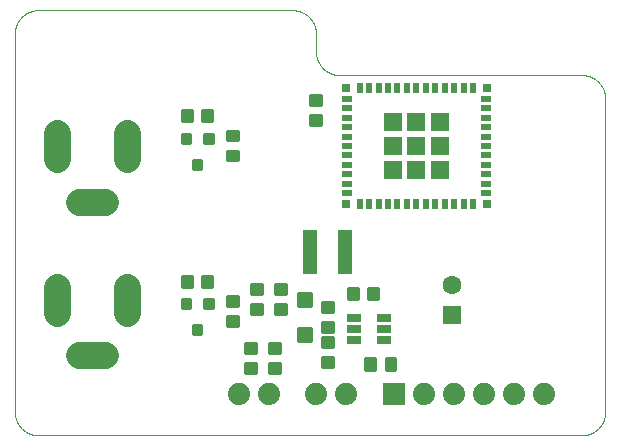
<source format=gts>
G75*
%MOIN*%
%OFA0B0*%
%FSLAX25Y25*%
%IPPOS*%
%LPD*%
%AMOC8*
5,1,8,0,0,1.08239X$1,22.5*
%
%ADD10C,0.00000*%
%ADD11C,0.01388*%
%ADD12C,0.01171*%
%ADD13R,0.03156X0.03156*%
%ADD14R,0.01975X0.03550*%
%ADD15R,0.03550X0.01975*%
%ADD16R,0.06109X0.06109*%
%ADD17R,0.07400X0.07400*%
%ADD18C,0.07400*%
%ADD19R,0.06306X0.06306*%
%ADD20C,0.06306*%
%ADD21R,0.04731X0.02762*%
%ADD22R,0.04731X0.14967*%
%ADD23C,0.01613*%
%ADD24C,0.09061*%
D10*
X0086176Y0058146D02*
X0267279Y0058146D01*
X0267469Y0058148D01*
X0267659Y0058155D01*
X0267849Y0058167D01*
X0268039Y0058183D01*
X0268228Y0058203D01*
X0268417Y0058229D01*
X0268605Y0058258D01*
X0268792Y0058293D01*
X0268978Y0058332D01*
X0269163Y0058375D01*
X0269348Y0058423D01*
X0269531Y0058475D01*
X0269712Y0058531D01*
X0269892Y0058592D01*
X0270071Y0058658D01*
X0270248Y0058727D01*
X0270424Y0058801D01*
X0270597Y0058879D01*
X0270769Y0058962D01*
X0270938Y0059048D01*
X0271106Y0059138D01*
X0271271Y0059233D01*
X0271434Y0059331D01*
X0271594Y0059434D01*
X0271752Y0059540D01*
X0271907Y0059650D01*
X0272060Y0059763D01*
X0272210Y0059881D01*
X0272356Y0060002D01*
X0272500Y0060126D01*
X0272641Y0060254D01*
X0272779Y0060385D01*
X0272914Y0060520D01*
X0273045Y0060658D01*
X0273173Y0060799D01*
X0273297Y0060943D01*
X0273418Y0061089D01*
X0273536Y0061239D01*
X0273649Y0061392D01*
X0273759Y0061547D01*
X0273865Y0061705D01*
X0273968Y0061865D01*
X0274066Y0062028D01*
X0274161Y0062193D01*
X0274251Y0062361D01*
X0274337Y0062530D01*
X0274420Y0062702D01*
X0274498Y0062875D01*
X0274572Y0063051D01*
X0274641Y0063228D01*
X0274707Y0063407D01*
X0274768Y0063587D01*
X0274824Y0063768D01*
X0274876Y0063951D01*
X0274924Y0064136D01*
X0274967Y0064321D01*
X0275006Y0064507D01*
X0275041Y0064694D01*
X0275070Y0064882D01*
X0275096Y0065071D01*
X0275116Y0065260D01*
X0275132Y0065450D01*
X0275144Y0065640D01*
X0275151Y0065830D01*
X0275153Y0066020D01*
X0275153Y0170350D01*
X0275151Y0170540D01*
X0275144Y0170730D01*
X0275132Y0170920D01*
X0275116Y0171110D01*
X0275096Y0171299D01*
X0275070Y0171488D01*
X0275041Y0171676D01*
X0275006Y0171863D01*
X0274967Y0172049D01*
X0274924Y0172234D01*
X0274876Y0172419D01*
X0274824Y0172602D01*
X0274768Y0172783D01*
X0274707Y0172963D01*
X0274641Y0173142D01*
X0274572Y0173319D01*
X0274498Y0173495D01*
X0274420Y0173668D01*
X0274337Y0173840D01*
X0274251Y0174009D01*
X0274161Y0174177D01*
X0274066Y0174342D01*
X0273968Y0174505D01*
X0273865Y0174665D01*
X0273759Y0174823D01*
X0273649Y0174978D01*
X0273536Y0175131D01*
X0273418Y0175281D01*
X0273297Y0175427D01*
X0273173Y0175571D01*
X0273045Y0175712D01*
X0272914Y0175850D01*
X0272779Y0175985D01*
X0272641Y0176116D01*
X0272500Y0176244D01*
X0272356Y0176368D01*
X0272210Y0176489D01*
X0272060Y0176607D01*
X0271907Y0176720D01*
X0271752Y0176830D01*
X0271594Y0176936D01*
X0271434Y0177039D01*
X0271271Y0177137D01*
X0271106Y0177232D01*
X0270938Y0177322D01*
X0270769Y0177408D01*
X0270597Y0177491D01*
X0270424Y0177569D01*
X0270248Y0177643D01*
X0270071Y0177712D01*
X0269892Y0177778D01*
X0269712Y0177839D01*
X0269531Y0177895D01*
X0269348Y0177947D01*
X0269163Y0177995D01*
X0268978Y0178038D01*
X0268792Y0178077D01*
X0268605Y0178112D01*
X0268417Y0178141D01*
X0268228Y0178167D01*
X0268039Y0178187D01*
X0267849Y0178203D01*
X0267659Y0178215D01*
X0267469Y0178222D01*
X0267279Y0178224D01*
X0186570Y0178224D01*
X0186380Y0178226D01*
X0186190Y0178233D01*
X0186000Y0178245D01*
X0185810Y0178261D01*
X0185621Y0178281D01*
X0185432Y0178307D01*
X0185244Y0178336D01*
X0185057Y0178371D01*
X0184871Y0178410D01*
X0184686Y0178453D01*
X0184501Y0178501D01*
X0184318Y0178553D01*
X0184137Y0178609D01*
X0183957Y0178670D01*
X0183778Y0178736D01*
X0183601Y0178805D01*
X0183425Y0178879D01*
X0183252Y0178957D01*
X0183080Y0179040D01*
X0182911Y0179126D01*
X0182743Y0179216D01*
X0182578Y0179311D01*
X0182415Y0179409D01*
X0182255Y0179512D01*
X0182097Y0179618D01*
X0181942Y0179728D01*
X0181789Y0179841D01*
X0181639Y0179959D01*
X0181493Y0180080D01*
X0181349Y0180204D01*
X0181208Y0180332D01*
X0181070Y0180463D01*
X0180935Y0180598D01*
X0180804Y0180736D01*
X0180676Y0180877D01*
X0180552Y0181021D01*
X0180431Y0181167D01*
X0180313Y0181317D01*
X0180200Y0181470D01*
X0180090Y0181625D01*
X0179984Y0181783D01*
X0179881Y0181943D01*
X0179783Y0182106D01*
X0179688Y0182271D01*
X0179598Y0182439D01*
X0179512Y0182608D01*
X0179429Y0182780D01*
X0179351Y0182953D01*
X0179277Y0183129D01*
X0179208Y0183306D01*
X0179142Y0183485D01*
X0179081Y0183665D01*
X0179025Y0183846D01*
X0178973Y0184029D01*
X0178925Y0184214D01*
X0178882Y0184399D01*
X0178843Y0184585D01*
X0178808Y0184772D01*
X0178779Y0184960D01*
X0178753Y0185149D01*
X0178733Y0185338D01*
X0178717Y0185528D01*
X0178705Y0185718D01*
X0178698Y0185908D01*
X0178696Y0186098D01*
X0178696Y0192004D01*
X0178694Y0192194D01*
X0178687Y0192384D01*
X0178675Y0192574D01*
X0178659Y0192764D01*
X0178639Y0192953D01*
X0178613Y0193142D01*
X0178584Y0193330D01*
X0178549Y0193517D01*
X0178510Y0193703D01*
X0178467Y0193888D01*
X0178419Y0194073D01*
X0178367Y0194256D01*
X0178311Y0194437D01*
X0178250Y0194617D01*
X0178184Y0194796D01*
X0178115Y0194973D01*
X0178041Y0195149D01*
X0177963Y0195322D01*
X0177880Y0195494D01*
X0177794Y0195663D01*
X0177704Y0195831D01*
X0177609Y0195996D01*
X0177511Y0196159D01*
X0177408Y0196319D01*
X0177302Y0196477D01*
X0177192Y0196632D01*
X0177079Y0196785D01*
X0176961Y0196935D01*
X0176840Y0197081D01*
X0176716Y0197225D01*
X0176588Y0197366D01*
X0176457Y0197504D01*
X0176322Y0197639D01*
X0176184Y0197770D01*
X0176043Y0197898D01*
X0175899Y0198022D01*
X0175753Y0198143D01*
X0175603Y0198261D01*
X0175450Y0198374D01*
X0175295Y0198484D01*
X0175137Y0198590D01*
X0174977Y0198693D01*
X0174814Y0198791D01*
X0174649Y0198886D01*
X0174481Y0198976D01*
X0174312Y0199062D01*
X0174140Y0199145D01*
X0173967Y0199223D01*
X0173791Y0199297D01*
X0173614Y0199366D01*
X0173435Y0199432D01*
X0173255Y0199493D01*
X0173074Y0199549D01*
X0172891Y0199601D01*
X0172706Y0199649D01*
X0172521Y0199692D01*
X0172335Y0199731D01*
X0172148Y0199766D01*
X0171960Y0199795D01*
X0171771Y0199821D01*
X0171582Y0199841D01*
X0171392Y0199857D01*
X0171202Y0199869D01*
X0171012Y0199876D01*
X0170822Y0199878D01*
X0086176Y0199878D01*
X0085986Y0199876D01*
X0085796Y0199869D01*
X0085606Y0199857D01*
X0085416Y0199841D01*
X0085227Y0199821D01*
X0085038Y0199795D01*
X0084850Y0199766D01*
X0084663Y0199731D01*
X0084477Y0199692D01*
X0084292Y0199649D01*
X0084107Y0199601D01*
X0083924Y0199549D01*
X0083743Y0199493D01*
X0083563Y0199432D01*
X0083384Y0199366D01*
X0083207Y0199297D01*
X0083031Y0199223D01*
X0082858Y0199145D01*
X0082686Y0199062D01*
X0082517Y0198976D01*
X0082349Y0198886D01*
X0082184Y0198791D01*
X0082021Y0198693D01*
X0081861Y0198590D01*
X0081703Y0198484D01*
X0081548Y0198374D01*
X0081395Y0198261D01*
X0081245Y0198143D01*
X0081099Y0198022D01*
X0080955Y0197898D01*
X0080814Y0197770D01*
X0080676Y0197639D01*
X0080541Y0197504D01*
X0080410Y0197366D01*
X0080282Y0197225D01*
X0080158Y0197081D01*
X0080037Y0196935D01*
X0079919Y0196785D01*
X0079806Y0196632D01*
X0079696Y0196477D01*
X0079590Y0196319D01*
X0079487Y0196159D01*
X0079389Y0195996D01*
X0079294Y0195831D01*
X0079204Y0195663D01*
X0079118Y0195494D01*
X0079035Y0195322D01*
X0078957Y0195149D01*
X0078883Y0194973D01*
X0078814Y0194796D01*
X0078748Y0194617D01*
X0078687Y0194437D01*
X0078631Y0194256D01*
X0078579Y0194073D01*
X0078531Y0193888D01*
X0078488Y0193703D01*
X0078449Y0193517D01*
X0078414Y0193330D01*
X0078385Y0193142D01*
X0078359Y0192953D01*
X0078339Y0192764D01*
X0078323Y0192574D01*
X0078311Y0192384D01*
X0078304Y0192194D01*
X0078302Y0192004D01*
X0078302Y0066020D01*
X0078304Y0065830D01*
X0078311Y0065640D01*
X0078323Y0065450D01*
X0078339Y0065260D01*
X0078359Y0065071D01*
X0078385Y0064882D01*
X0078414Y0064694D01*
X0078449Y0064507D01*
X0078488Y0064321D01*
X0078531Y0064136D01*
X0078579Y0063951D01*
X0078631Y0063768D01*
X0078687Y0063587D01*
X0078748Y0063407D01*
X0078814Y0063228D01*
X0078883Y0063051D01*
X0078957Y0062875D01*
X0079035Y0062702D01*
X0079118Y0062530D01*
X0079204Y0062361D01*
X0079294Y0062193D01*
X0079389Y0062028D01*
X0079487Y0061865D01*
X0079590Y0061705D01*
X0079696Y0061547D01*
X0079806Y0061392D01*
X0079919Y0061239D01*
X0080037Y0061089D01*
X0080158Y0060943D01*
X0080282Y0060799D01*
X0080410Y0060658D01*
X0080541Y0060520D01*
X0080676Y0060385D01*
X0080814Y0060254D01*
X0080955Y0060126D01*
X0081099Y0060002D01*
X0081245Y0059881D01*
X0081395Y0059763D01*
X0081548Y0059650D01*
X0081703Y0059540D01*
X0081861Y0059434D01*
X0082021Y0059331D01*
X0082184Y0059233D01*
X0082349Y0059138D01*
X0082517Y0059048D01*
X0082686Y0058962D01*
X0082858Y0058879D01*
X0083031Y0058801D01*
X0083207Y0058727D01*
X0083384Y0058658D01*
X0083563Y0058592D01*
X0083743Y0058531D01*
X0083924Y0058475D01*
X0084107Y0058423D01*
X0084292Y0058375D01*
X0084477Y0058332D01*
X0084663Y0058293D01*
X0084850Y0058258D01*
X0085038Y0058229D01*
X0085227Y0058203D01*
X0085416Y0058183D01*
X0085606Y0058167D01*
X0085796Y0058155D01*
X0085986Y0058148D01*
X0086176Y0058146D01*
D11*
X0152808Y0094664D02*
X0152808Y0097612D01*
X0152808Y0094664D02*
X0149466Y0094664D01*
X0149466Y0097612D01*
X0152808Y0097612D01*
X0152808Y0095983D02*
X0149466Y0095983D01*
X0149466Y0097302D02*
X0152808Y0097302D01*
X0157340Y0098601D02*
X0157340Y0101549D01*
X0160682Y0101549D01*
X0160682Y0098601D01*
X0157340Y0098601D01*
X0157340Y0099920D02*
X0160682Y0099920D01*
X0160682Y0101239D02*
X0157340Y0101239D01*
X0157340Y0105294D02*
X0157340Y0108242D01*
X0160682Y0108242D01*
X0160682Y0105294D01*
X0157340Y0105294D01*
X0157340Y0106613D02*
X0160682Y0106613D01*
X0160682Y0107932D02*
X0157340Y0107932D01*
X0152808Y0104305D02*
X0152808Y0101357D01*
X0149466Y0101357D01*
X0149466Y0104305D01*
X0152808Y0104305D01*
X0152808Y0102676D02*
X0149466Y0102676D01*
X0149466Y0103995D02*
X0152808Y0103995D01*
X0144147Y0110998D02*
X0141199Y0110998D01*
X0144147Y0110998D02*
X0144147Y0107656D01*
X0141199Y0107656D01*
X0141199Y0110998D01*
X0141199Y0108975D02*
X0144147Y0108975D01*
X0144147Y0110294D02*
X0141199Y0110294D01*
X0137454Y0110998D02*
X0134506Y0110998D01*
X0137454Y0110998D02*
X0137454Y0107656D01*
X0134506Y0107656D01*
X0134506Y0110998D01*
X0134506Y0108975D02*
X0137454Y0108975D01*
X0137454Y0110294D02*
X0134506Y0110294D01*
X0165214Y0108242D02*
X0165214Y0105294D01*
X0165214Y0108242D02*
X0168556Y0108242D01*
X0168556Y0105294D01*
X0165214Y0105294D01*
X0165214Y0106613D02*
X0168556Y0106613D01*
X0168556Y0107932D02*
X0165214Y0107932D01*
X0165214Y0101549D02*
X0165214Y0098601D01*
X0165214Y0101549D02*
X0168556Y0101549D01*
X0168556Y0098601D01*
X0165214Y0098601D01*
X0165214Y0099920D02*
X0168556Y0099920D01*
X0168556Y0101239D02*
X0165214Y0101239D01*
X0184304Y0102336D02*
X0184304Y0099388D01*
X0180962Y0099388D01*
X0180962Y0102336D01*
X0184304Y0102336D01*
X0184304Y0100707D02*
X0180962Y0100707D01*
X0180962Y0102026D02*
X0184304Y0102026D01*
X0189624Y0103719D02*
X0192572Y0103719D01*
X0189624Y0103719D02*
X0189624Y0107061D01*
X0192572Y0107061D01*
X0192572Y0103719D01*
X0192572Y0105038D02*
X0189624Y0105038D01*
X0189624Y0106357D02*
X0192572Y0106357D01*
X0196317Y0103719D02*
X0199265Y0103719D01*
X0196317Y0103719D02*
X0196317Y0107061D01*
X0199265Y0107061D01*
X0199265Y0103719D01*
X0199265Y0105038D02*
X0196317Y0105038D01*
X0196317Y0106357D02*
X0199265Y0106357D01*
X0184304Y0095643D02*
X0184304Y0092695D01*
X0180962Y0092695D01*
X0180962Y0095643D01*
X0184304Y0095643D01*
X0184304Y0094014D02*
X0180962Y0094014D01*
X0180962Y0095333D02*
X0184304Y0095333D01*
X0184304Y0090525D02*
X0184304Y0087577D01*
X0180962Y0087577D01*
X0180962Y0090525D01*
X0184304Y0090525D01*
X0184304Y0088896D02*
X0180962Y0088896D01*
X0180962Y0090215D02*
X0184304Y0090215D01*
X0184304Y0083832D02*
X0184304Y0080884D01*
X0180962Y0080884D01*
X0180962Y0083832D01*
X0184304Y0083832D01*
X0184304Y0082203D02*
X0180962Y0082203D01*
X0180962Y0083522D02*
X0184304Y0083522D01*
X0195529Y0083439D02*
X0198477Y0083439D01*
X0198477Y0080097D01*
X0195529Y0080097D01*
X0195529Y0083439D01*
X0195529Y0081416D02*
X0198477Y0081416D01*
X0198477Y0082735D02*
X0195529Y0082735D01*
X0202222Y0083439D02*
X0205170Y0083439D01*
X0205170Y0080097D01*
X0202222Y0080097D01*
X0202222Y0083439D01*
X0202222Y0081416D02*
X0205170Y0081416D01*
X0205170Y0082735D02*
X0202222Y0082735D01*
X0166588Y0081864D02*
X0166588Y0078916D01*
X0163246Y0078916D01*
X0163246Y0081864D01*
X0166588Y0081864D01*
X0166588Y0080235D02*
X0163246Y0080235D01*
X0163246Y0081554D02*
X0166588Y0081554D01*
X0158714Y0081864D02*
X0158714Y0078916D01*
X0155372Y0078916D01*
X0155372Y0081864D01*
X0158714Y0081864D01*
X0158714Y0080235D02*
X0155372Y0080235D01*
X0155372Y0081554D02*
X0158714Y0081554D01*
X0158714Y0085609D02*
X0158714Y0088557D01*
X0158714Y0085609D02*
X0155372Y0085609D01*
X0155372Y0088557D01*
X0158714Y0088557D01*
X0158714Y0086928D02*
X0155372Y0086928D01*
X0155372Y0088247D02*
X0158714Y0088247D01*
X0166588Y0088557D02*
X0166588Y0085609D01*
X0163246Y0085609D01*
X0163246Y0088557D01*
X0166588Y0088557D01*
X0166588Y0086928D02*
X0163246Y0086928D01*
X0163246Y0088247D02*
X0166588Y0088247D01*
X0152808Y0149782D02*
X0152808Y0152730D01*
X0152808Y0149782D02*
X0149466Y0149782D01*
X0149466Y0152730D01*
X0152808Y0152730D01*
X0152808Y0151101D02*
X0149466Y0151101D01*
X0149466Y0152420D02*
X0152808Y0152420D01*
X0152808Y0156475D02*
X0152808Y0159423D01*
X0152808Y0156475D02*
X0149466Y0156475D01*
X0149466Y0159423D01*
X0152808Y0159423D01*
X0152808Y0157794D02*
X0149466Y0157794D01*
X0149466Y0159113D02*
X0152808Y0159113D01*
X0144147Y0166116D02*
X0141199Y0166116D01*
X0144147Y0166116D02*
X0144147Y0162774D01*
X0141199Y0162774D01*
X0141199Y0166116D01*
X0141199Y0164093D02*
X0144147Y0164093D01*
X0144147Y0165412D02*
X0141199Y0165412D01*
X0137454Y0166116D02*
X0134506Y0166116D01*
X0137454Y0166116D02*
X0137454Y0162774D01*
X0134506Y0162774D01*
X0134506Y0166116D01*
X0134506Y0164093D02*
X0137454Y0164093D01*
X0137454Y0165412D02*
X0134506Y0165412D01*
X0180367Y0164541D02*
X0180367Y0161593D01*
X0177025Y0161593D01*
X0177025Y0164541D01*
X0180367Y0164541D01*
X0180367Y0162912D02*
X0177025Y0162912D01*
X0177025Y0164231D02*
X0180367Y0164231D01*
X0180367Y0168286D02*
X0180367Y0171234D01*
X0180367Y0168286D02*
X0177025Y0168286D01*
X0177025Y0171234D01*
X0180367Y0171234D01*
X0180367Y0169605D02*
X0177025Y0169605D01*
X0177025Y0170924D02*
X0180367Y0170924D01*
D12*
X0144256Y0158351D02*
X0141876Y0158351D01*
X0144256Y0158351D02*
X0144256Y0155579D01*
X0141876Y0155579D01*
X0141876Y0158351D01*
X0141876Y0156691D02*
X0144256Y0156691D01*
X0144256Y0157803D02*
X0141876Y0157803D01*
X0136776Y0158351D02*
X0134396Y0158351D01*
X0136776Y0158351D02*
X0136776Y0155579D01*
X0134396Y0155579D01*
X0134396Y0158351D01*
X0134396Y0156691D02*
X0136776Y0156691D01*
X0136776Y0157803D02*
X0134396Y0157803D01*
X0138136Y0149689D02*
X0140516Y0149689D01*
X0140516Y0146917D01*
X0138136Y0146917D01*
X0138136Y0149689D01*
X0138136Y0148029D02*
X0140516Y0148029D01*
X0140516Y0149141D02*
X0138136Y0149141D01*
X0136776Y0103232D02*
X0134396Y0103232D01*
X0136776Y0103232D02*
X0136776Y0100460D01*
X0134396Y0100460D01*
X0134396Y0103232D01*
X0134396Y0101572D02*
X0136776Y0101572D01*
X0136776Y0102684D02*
X0134396Y0102684D01*
X0141876Y0103232D02*
X0144256Y0103232D01*
X0144256Y0100460D01*
X0141876Y0100460D01*
X0141876Y0103232D01*
X0141876Y0101572D02*
X0144256Y0101572D01*
X0144256Y0102684D02*
X0141876Y0102684D01*
X0140516Y0094571D02*
X0138136Y0094571D01*
X0140516Y0094571D02*
X0140516Y0091799D01*
X0138136Y0091799D01*
X0138136Y0094571D01*
X0138136Y0092911D02*
X0140516Y0092911D01*
X0140516Y0094023D02*
X0138136Y0094023D01*
D13*
X0188736Y0135114D03*
X0235586Y0135114D03*
X0235586Y0174091D03*
X0188736Y0174091D03*
D14*
X0193263Y0173894D03*
X0196413Y0173894D03*
X0199562Y0173894D03*
X0202712Y0173894D03*
X0205861Y0173894D03*
X0209011Y0173894D03*
X0212161Y0173894D03*
X0215310Y0173894D03*
X0218460Y0173894D03*
X0221610Y0173894D03*
X0224759Y0173894D03*
X0227909Y0173894D03*
X0231058Y0173894D03*
X0231058Y0135311D03*
X0227909Y0135311D03*
X0224759Y0135311D03*
X0221610Y0135311D03*
X0218460Y0135311D03*
X0215310Y0135311D03*
X0212161Y0135311D03*
X0209011Y0135311D03*
X0205861Y0135311D03*
X0202712Y0135311D03*
X0199562Y0135311D03*
X0196413Y0135311D03*
X0193263Y0135311D03*
D15*
X0188932Y0138854D03*
X0188932Y0142004D03*
X0188932Y0145154D03*
X0188932Y0148303D03*
X0188932Y0151453D03*
X0188932Y0154602D03*
X0188932Y0157752D03*
X0188932Y0160902D03*
X0188932Y0164051D03*
X0188932Y0167201D03*
X0188932Y0170350D03*
X0235389Y0170350D03*
X0235389Y0167201D03*
X0235389Y0164051D03*
X0235389Y0160902D03*
X0235389Y0157752D03*
X0235389Y0154602D03*
X0235389Y0151453D03*
X0235389Y0148303D03*
X0235389Y0145154D03*
X0235389Y0142004D03*
X0235389Y0138854D03*
D16*
X0220035Y0146728D03*
X0212161Y0146728D03*
X0204287Y0146728D03*
X0204287Y0154602D03*
X0212161Y0154602D03*
X0220035Y0154602D03*
X0220035Y0162476D03*
X0212161Y0162476D03*
X0204287Y0162476D03*
D17*
X0204877Y0071925D03*
D18*
X0214877Y0071925D03*
X0224877Y0071925D03*
X0234877Y0071925D03*
X0244877Y0071925D03*
X0254877Y0071925D03*
X0188696Y0071925D03*
X0178696Y0071925D03*
X0163106Y0071925D03*
X0153106Y0071925D03*
D19*
X0223972Y0098421D03*
D20*
X0223972Y0108421D03*
D21*
X0201531Y0097319D03*
X0201531Y0093579D03*
X0201531Y0089839D03*
X0191295Y0089839D03*
X0191295Y0093579D03*
X0191295Y0097319D03*
D22*
X0188539Y0119169D03*
X0176728Y0119169D03*
D23*
X0176554Y0105177D02*
X0176554Y0101469D01*
X0172964Y0101469D01*
X0172964Y0105177D01*
X0176554Y0105177D01*
X0176554Y0103001D02*
X0172964Y0103001D01*
X0172964Y0104533D02*
X0176554Y0104533D01*
X0176554Y0093563D02*
X0176554Y0089855D01*
X0172964Y0089855D01*
X0172964Y0093563D01*
X0176554Y0093563D01*
X0176554Y0091387D02*
X0172964Y0091387D01*
X0172964Y0092919D02*
X0176554Y0092919D01*
D24*
X0115704Y0099091D02*
X0115704Y0107752D01*
X0092476Y0107752D02*
X0092476Y0099091D01*
X0099562Y0084917D02*
X0108224Y0084917D01*
X0108224Y0136098D02*
X0099562Y0136098D01*
X0092476Y0150272D02*
X0092476Y0158933D01*
X0115704Y0158933D02*
X0115704Y0150272D01*
M02*

</source>
